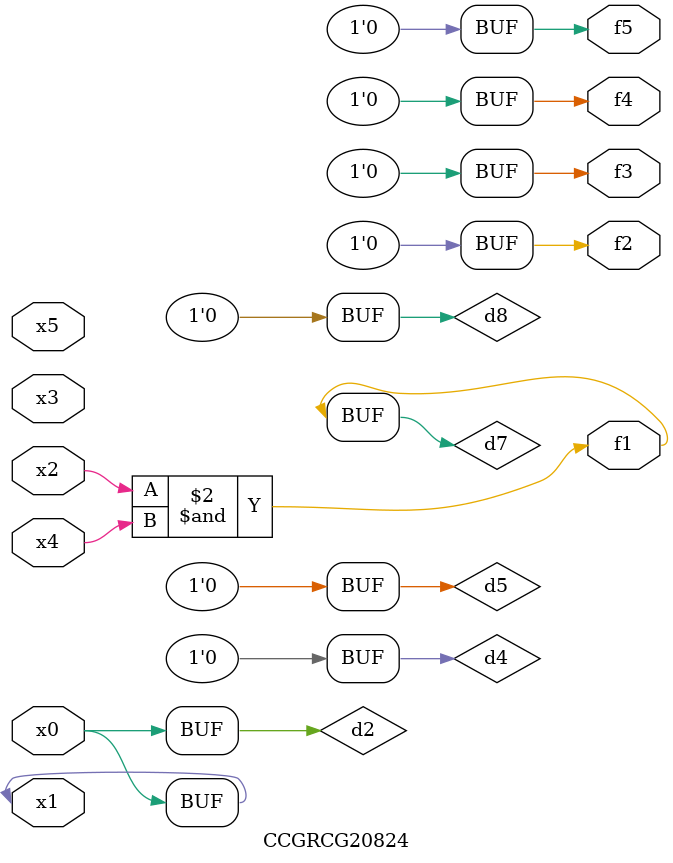
<source format=v>
module CCGRCG20824(
	input x0, x1, x2, x3, x4, x5,
	output f1, f2, f3, f4, f5
);

	wire d1, d2, d3, d4, d5, d6, d7, d8, d9;

	nand (d1, x1);
	buf (d2, x0, x1);
	nand (d3, x2, x4);
	and (d4, d1, d2);
	and (d5, d1, d2);
	nand (d6, d1, d3);
	not (d7, d3);
	xor (d8, d5);
	nor (d9, d5, d6);
	assign f1 = d7;
	assign f2 = d8;
	assign f3 = d8;
	assign f4 = d8;
	assign f5 = d8;
endmodule

</source>
